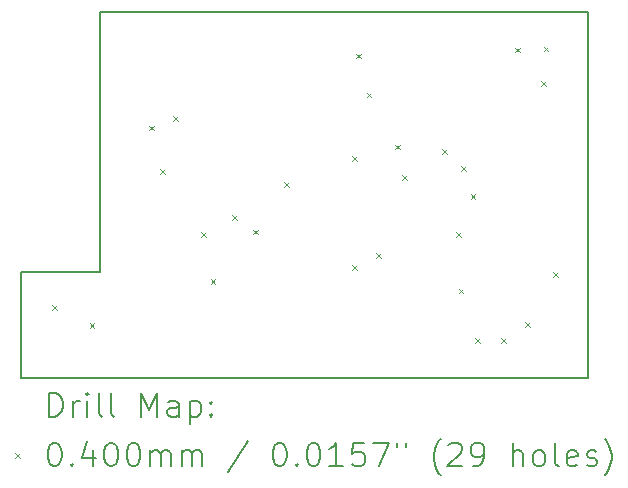
<source format=gbr>
%TF.GenerationSoftware,KiCad,Pcbnew,7.0.2-6a45011f42~172~ubuntu20.04.1*%
%TF.CreationDate,2023-05-13T12:05:14+10:00*%
%TF.ProjectId,pcb_redesign,7063625f-7265-4646-9573-69676e2e6b69,rev?*%
%TF.SameCoordinates,Original*%
%TF.FileFunction,Drillmap*%
%TF.FilePolarity,Positive*%
%FSLAX45Y45*%
G04 Gerber Fmt 4.5, Leading zero omitted, Abs format (unit mm)*
G04 Created by KiCad (PCBNEW 7.0.2-6a45011f42~172~ubuntu20.04.1) date 2023-05-13 12:05:14*
%MOMM*%
%LPD*%
G01*
G04 APERTURE LIST*
%ADD10C,0.200000*%
%ADD11C,0.040000*%
G04 APERTURE END LIST*
D10*
X11265000Y-7800000D02*
X11265000Y-5800000D01*
X11265000Y-5800000D02*
X11265000Y-5600000D01*
X11265000Y-5800000D02*
X11265000Y-5800000D01*
X11265000Y-5600000D02*
X15400000Y-5600000D01*
X10600000Y-8700000D02*
X10600000Y-7800000D01*
X15400000Y-5600000D02*
X15400000Y-8700000D01*
X10600000Y-7800000D02*
X11265000Y-7800000D01*
X10600000Y-8700000D02*
X15400000Y-8700000D01*
D11*
X10860000Y-8080000D02*
X10900000Y-8120000D01*
X10900000Y-8080000D02*
X10860000Y-8120000D01*
X11180000Y-8230000D02*
X11220000Y-8270000D01*
X11220000Y-8230000D02*
X11180000Y-8270000D01*
X11685000Y-6560000D02*
X11725000Y-6600000D01*
X11725000Y-6560000D02*
X11685000Y-6600000D01*
X11780000Y-6930000D02*
X11820000Y-6970000D01*
X11820000Y-6930000D02*
X11780000Y-6970000D01*
X11885000Y-6480000D02*
X11925000Y-6520000D01*
X11925000Y-6480000D02*
X11885000Y-6520000D01*
X12125000Y-7460000D02*
X12165000Y-7500000D01*
X12165000Y-7460000D02*
X12125000Y-7500000D01*
X12205000Y-7860000D02*
X12245000Y-7900000D01*
X12245000Y-7860000D02*
X12205000Y-7900000D01*
X12385000Y-7320000D02*
X12425000Y-7360000D01*
X12425000Y-7320000D02*
X12385000Y-7360000D01*
X12565000Y-7440000D02*
X12605000Y-7480000D01*
X12605000Y-7440000D02*
X12565000Y-7480000D01*
X12825000Y-7040000D02*
X12865000Y-7080000D01*
X12865000Y-7040000D02*
X12825000Y-7080000D01*
X13405000Y-6820000D02*
X13445000Y-6860000D01*
X13445000Y-6820000D02*
X13405000Y-6860000D01*
X13405000Y-7740000D02*
X13445000Y-7780000D01*
X13445000Y-7740000D02*
X13405000Y-7780000D01*
X13435000Y-5950000D02*
X13475000Y-5990000D01*
X13475000Y-5950000D02*
X13435000Y-5990000D01*
X13525000Y-6280000D02*
X13565000Y-6320000D01*
X13565000Y-6280000D02*
X13525000Y-6320000D01*
X13605000Y-7640000D02*
X13645000Y-7680000D01*
X13645000Y-7640000D02*
X13605000Y-7680000D01*
X13765000Y-6720000D02*
X13805000Y-6760000D01*
X13805000Y-6720000D02*
X13765000Y-6760000D01*
X13825000Y-6980000D02*
X13865000Y-7020000D01*
X13865000Y-6980000D02*
X13825000Y-7020000D01*
X14165000Y-6760000D02*
X14205000Y-6800000D01*
X14205000Y-6760000D02*
X14165000Y-6800000D01*
X14285000Y-7460000D02*
X14325000Y-7500000D01*
X14325000Y-7460000D02*
X14285000Y-7500000D01*
X14305000Y-7940000D02*
X14345000Y-7980000D01*
X14345000Y-7940000D02*
X14305000Y-7980000D01*
X14325000Y-6900000D02*
X14365000Y-6940000D01*
X14365000Y-6900000D02*
X14325000Y-6940000D01*
X14405000Y-7140000D02*
X14445000Y-7180000D01*
X14445000Y-7140000D02*
X14405000Y-7180000D01*
X14445000Y-8360000D02*
X14485000Y-8400000D01*
X14485000Y-8360000D02*
X14445000Y-8400000D01*
X14665000Y-8360000D02*
X14705000Y-8400000D01*
X14705000Y-8360000D02*
X14665000Y-8400000D01*
X14785000Y-5900000D02*
X14825000Y-5940000D01*
X14825000Y-5900000D02*
X14785000Y-5940000D01*
X14865000Y-8220000D02*
X14905000Y-8260000D01*
X14905000Y-8220000D02*
X14865000Y-8260000D01*
X15005000Y-6180000D02*
X15045000Y-6220000D01*
X15045000Y-6180000D02*
X15005000Y-6220000D01*
X15025000Y-5890000D02*
X15065000Y-5930000D01*
X15065000Y-5890000D02*
X15025000Y-5930000D01*
X15105000Y-7800000D02*
X15145000Y-7840000D01*
X15145000Y-7800000D02*
X15105000Y-7840000D01*
D10*
X10837619Y-9022524D02*
X10837619Y-8822524D01*
X10837619Y-8822524D02*
X10885238Y-8822524D01*
X10885238Y-8822524D02*
X10913810Y-8832048D01*
X10913810Y-8832048D02*
X10932857Y-8851095D01*
X10932857Y-8851095D02*
X10942381Y-8870143D01*
X10942381Y-8870143D02*
X10951905Y-8908238D01*
X10951905Y-8908238D02*
X10951905Y-8936810D01*
X10951905Y-8936810D02*
X10942381Y-8974905D01*
X10942381Y-8974905D02*
X10932857Y-8993952D01*
X10932857Y-8993952D02*
X10913810Y-9013000D01*
X10913810Y-9013000D02*
X10885238Y-9022524D01*
X10885238Y-9022524D02*
X10837619Y-9022524D01*
X11037619Y-9022524D02*
X11037619Y-8889190D01*
X11037619Y-8927286D02*
X11047143Y-8908238D01*
X11047143Y-8908238D02*
X11056667Y-8898714D01*
X11056667Y-8898714D02*
X11075714Y-8889190D01*
X11075714Y-8889190D02*
X11094762Y-8889190D01*
X11161429Y-9022524D02*
X11161429Y-8889190D01*
X11161429Y-8822524D02*
X11151905Y-8832048D01*
X11151905Y-8832048D02*
X11161429Y-8841571D01*
X11161429Y-8841571D02*
X11170952Y-8832048D01*
X11170952Y-8832048D02*
X11161429Y-8822524D01*
X11161429Y-8822524D02*
X11161429Y-8841571D01*
X11285238Y-9022524D02*
X11266190Y-9013000D01*
X11266190Y-9013000D02*
X11256667Y-8993952D01*
X11256667Y-8993952D02*
X11256667Y-8822524D01*
X11390000Y-9022524D02*
X11370952Y-9013000D01*
X11370952Y-9013000D02*
X11361428Y-8993952D01*
X11361428Y-8993952D02*
X11361428Y-8822524D01*
X11618571Y-9022524D02*
X11618571Y-8822524D01*
X11618571Y-8822524D02*
X11685238Y-8965381D01*
X11685238Y-8965381D02*
X11751905Y-8822524D01*
X11751905Y-8822524D02*
X11751905Y-9022524D01*
X11932857Y-9022524D02*
X11932857Y-8917762D01*
X11932857Y-8917762D02*
X11923333Y-8898714D01*
X11923333Y-8898714D02*
X11904286Y-8889190D01*
X11904286Y-8889190D02*
X11866190Y-8889190D01*
X11866190Y-8889190D02*
X11847143Y-8898714D01*
X11932857Y-9013000D02*
X11913809Y-9022524D01*
X11913809Y-9022524D02*
X11866190Y-9022524D01*
X11866190Y-9022524D02*
X11847143Y-9013000D01*
X11847143Y-9013000D02*
X11837619Y-8993952D01*
X11837619Y-8993952D02*
X11837619Y-8974905D01*
X11837619Y-8974905D02*
X11847143Y-8955857D01*
X11847143Y-8955857D02*
X11866190Y-8946333D01*
X11866190Y-8946333D02*
X11913809Y-8946333D01*
X11913809Y-8946333D02*
X11932857Y-8936810D01*
X12028095Y-8889190D02*
X12028095Y-9089190D01*
X12028095Y-8898714D02*
X12047143Y-8889190D01*
X12047143Y-8889190D02*
X12085238Y-8889190D01*
X12085238Y-8889190D02*
X12104286Y-8898714D01*
X12104286Y-8898714D02*
X12113809Y-8908238D01*
X12113809Y-8908238D02*
X12123333Y-8927286D01*
X12123333Y-8927286D02*
X12123333Y-8984429D01*
X12123333Y-8984429D02*
X12113809Y-9003476D01*
X12113809Y-9003476D02*
X12104286Y-9013000D01*
X12104286Y-9013000D02*
X12085238Y-9022524D01*
X12085238Y-9022524D02*
X12047143Y-9022524D01*
X12047143Y-9022524D02*
X12028095Y-9013000D01*
X12209048Y-9003476D02*
X12218571Y-9013000D01*
X12218571Y-9013000D02*
X12209048Y-9022524D01*
X12209048Y-9022524D02*
X12199524Y-9013000D01*
X12199524Y-9013000D02*
X12209048Y-9003476D01*
X12209048Y-9003476D02*
X12209048Y-9022524D01*
X12209048Y-8898714D02*
X12218571Y-8908238D01*
X12218571Y-8908238D02*
X12209048Y-8917762D01*
X12209048Y-8917762D02*
X12199524Y-8908238D01*
X12199524Y-8908238D02*
X12209048Y-8898714D01*
X12209048Y-8898714D02*
X12209048Y-8917762D01*
D11*
X10550000Y-9330000D02*
X10590000Y-9370000D01*
X10590000Y-9330000D02*
X10550000Y-9370000D01*
D10*
X10875714Y-9242524D02*
X10894762Y-9242524D01*
X10894762Y-9242524D02*
X10913810Y-9252048D01*
X10913810Y-9252048D02*
X10923333Y-9261571D01*
X10923333Y-9261571D02*
X10932857Y-9280619D01*
X10932857Y-9280619D02*
X10942381Y-9318714D01*
X10942381Y-9318714D02*
X10942381Y-9366333D01*
X10942381Y-9366333D02*
X10932857Y-9404429D01*
X10932857Y-9404429D02*
X10923333Y-9423476D01*
X10923333Y-9423476D02*
X10913810Y-9433000D01*
X10913810Y-9433000D02*
X10894762Y-9442524D01*
X10894762Y-9442524D02*
X10875714Y-9442524D01*
X10875714Y-9442524D02*
X10856667Y-9433000D01*
X10856667Y-9433000D02*
X10847143Y-9423476D01*
X10847143Y-9423476D02*
X10837619Y-9404429D01*
X10837619Y-9404429D02*
X10828095Y-9366333D01*
X10828095Y-9366333D02*
X10828095Y-9318714D01*
X10828095Y-9318714D02*
X10837619Y-9280619D01*
X10837619Y-9280619D02*
X10847143Y-9261571D01*
X10847143Y-9261571D02*
X10856667Y-9252048D01*
X10856667Y-9252048D02*
X10875714Y-9242524D01*
X11028095Y-9423476D02*
X11037619Y-9433000D01*
X11037619Y-9433000D02*
X11028095Y-9442524D01*
X11028095Y-9442524D02*
X11018571Y-9433000D01*
X11018571Y-9433000D02*
X11028095Y-9423476D01*
X11028095Y-9423476D02*
X11028095Y-9442524D01*
X11209048Y-9309190D02*
X11209048Y-9442524D01*
X11161429Y-9233000D02*
X11113810Y-9375857D01*
X11113810Y-9375857D02*
X11237619Y-9375857D01*
X11351905Y-9242524D02*
X11370952Y-9242524D01*
X11370952Y-9242524D02*
X11390000Y-9252048D01*
X11390000Y-9252048D02*
X11399524Y-9261571D01*
X11399524Y-9261571D02*
X11409048Y-9280619D01*
X11409048Y-9280619D02*
X11418571Y-9318714D01*
X11418571Y-9318714D02*
X11418571Y-9366333D01*
X11418571Y-9366333D02*
X11409048Y-9404429D01*
X11409048Y-9404429D02*
X11399524Y-9423476D01*
X11399524Y-9423476D02*
X11390000Y-9433000D01*
X11390000Y-9433000D02*
X11370952Y-9442524D01*
X11370952Y-9442524D02*
X11351905Y-9442524D01*
X11351905Y-9442524D02*
X11332857Y-9433000D01*
X11332857Y-9433000D02*
X11323333Y-9423476D01*
X11323333Y-9423476D02*
X11313809Y-9404429D01*
X11313809Y-9404429D02*
X11304286Y-9366333D01*
X11304286Y-9366333D02*
X11304286Y-9318714D01*
X11304286Y-9318714D02*
X11313809Y-9280619D01*
X11313809Y-9280619D02*
X11323333Y-9261571D01*
X11323333Y-9261571D02*
X11332857Y-9252048D01*
X11332857Y-9252048D02*
X11351905Y-9242524D01*
X11542381Y-9242524D02*
X11561429Y-9242524D01*
X11561429Y-9242524D02*
X11580476Y-9252048D01*
X11580476Y-9252048D02*
X11590000Y-9261571D01*
X11590000Y-9261571D02*
X11599524Y-9280619D01*
X11599524Y-9280619D02*
X11609048Y-9318714D01*
X11609048Y-9318714D02*
X11609048Y-9366333D01*
X11609048Y-9366333D02*
X11599524Y-9404429D01*
X11599524Y-9404429D02*
X11590000Y-9423476D01*
X11590000Y-9423476D02*
X11580476Y-9433000D01*
X11580476Y-9433000D02*
X11561429Y-9442524D01*
X11561429Y-9442524D02*
X11542381Y-9442524D01*
X11542381Y-9442524D02*
X11523333Y-9433000D01*
X11523333Y-9433000D02*
X11513809Y-9423476D01*
X11513809Y-9423476D02*
X11504286Y-9404429D01*
X11504286Y-9404429D02*
X11494762Y-9366333D01*
X11494762Y-9366333D02*
X11494762Y-9318714D01*
X11494762Y-9318714D02*
X11504286Y-9280619D01*
X11504286Y-9280619D02*
X11513809Y-9261571D01*
X11513809Y-9261571D02*
X11523333Y-9252048D01*
X11523333Y-9252048D02*
X11542381Y-9242524D01*
X11694762Y-9442524D02*
X11694762Y-9309190D01*
X11694762Y-9328238D02*
X11704286Y-9318714D01*
X11704286Y-9318714D02*
X11723333Y-9309190D01*
X11723333Y-9309190D02*
X11751905Y-9309190D01*
X11751905Y-9309190D02*
X11770952Y-9318714D01*
X11770952Y-9318714D02*
X11780476Y-9337762D01*
X11780476Y-9337762D02*
X11780476Y-9442524D01*
X11780476Y-9337762D02*
X11790000Y-9318714D01*
X11790000Y-9318714D02*
X11809048Y-9309190D01*
X11809048Y-9309190D02*
X11837619Y-9309190D01*
X11837619Y-9309190D02*
X11856667Y-9318714D01*
X11856667Y-9318714D02*
X11866190Y-9337762D01*
X11866190Y-9337762D02*
X11866190Y-9442524D01*
X11961429Y-9442524D02*
X11961429Y-9309190D01*
X11961429Y-9328238D02*
X11970952Y-9318714D01*
X11970952Y-9318714D02*
X11990000Y-9309190D01*
X11990000Y-9309190D02*
X12018571Y-9309190D01*
X12018571Y-9309190D02*
X12037619Y-9318714D01*
X12037619Y-9318714D02*
X12047143Y-9337762D01*
X12047143Y-9337762D02*
X12047143Y-9442524D01*
X12047143Y-9337762D02*
X12056667Y-9318714D01*
X12056667Y-9318714D02*
X12075714Y-9309190D01*
X12075714Y-9309190D02*
X12104286Y-9309190D01*
X12104286Y-9309190D02*
X12123333Y-9318714D01*
X12123333Y-9318714D02*
X12132857Y-9337762D01*
X12132857Y-9337762D02*
X12132857Y-9442524D01*
X12523333Y-9233000D02*
X12351905Y-9490143D01*
X12780476Y-9242524D02*
X12799524Y-9242524D01*
X12799524Y-9242524D02*
X12818572Y-9252048D01*
X12818572Y-9252048D02*
X12828095Y-9261571D01*
X12828095Y-9261571D02*
X12837619Y-9280619D01*
X12837619Y-9280619D02*
X12847143Y-9318714D01*
X12847143Y-9318714D02*
X12847143Y-9366333D01*
X12847143Y-9366333D02*
X12837619Y-9404429D01*
X12837619Y-9404429D02*
X12828095Y-9423476D01*
X12828095Y-9423476D02*
X12818572Y-9433000D01*
X12818572Y-9433000D02*
X12799524Y-9442524D01*
X12799524Y-9442524D02*
X12780476Y-9442524D01*
X12780476Y-9442524D02*
X12761429Y-9433000D01*
X12761429Y-9433000D02*
X12751905Y-9423476D01*
X12751905Y-9423476D02*
X12742381Y-9404429D01*
X12742381Y-9404429D02*
X12732857Y-9366333D01*
X12732857Y-9366333D02*
X12732857Y-9318714D01*
X12732857Y-9318714D02*
X12742381Y-9280619D01*
X12742381Y-9280619D02*
X12751905Y-9261571D01*
X12751905Y-9261571D02*
X12761429Y-9252048D01*
X12761429Y-9252048D02*
X12780476Y-9242524D01*
X12932857Y-9423476D02*
X12942381Y-9433000D01*
X12942381Y-9433000D02*
X12932857Y-9442524D01*
X12932857Y-9442524D02*
X12923333Y-9433000D01*
X12923333Y-9433000D02*
X12932857Y-9423476D01*
X12932857Y-9423476D02*
X12932857Y-9442524D01*
X13066191Y-9242524D02*
X13085238Y-9242524D01*
X13085238Y-9242524D02*
X13104286Y-9252048D01*
X13104286Y-9252048D02*
X13113810Y-9261571D01*
X13113810Y-9261571D02*
X13123333Y-9280619D01*
X13123333Y-9280619D02*
X13132857Y-9318714D01*
X13132857Y-9318714D02*
X13132857Y-9366333D01*
X13132857Y-9366333D02*
X13123333Y-9404429D01*
X13123333Y-9404429D02*
X13113810Y-9423476D01*
X13113810Y-9423476D02*
X13104286Y-9433000D01*
X13104286Y-9433000D02*
X13085238Y-9442524D01*
X13085238Y-9442524D02*
X13066191Y-9442524D01*
X13066191Y-9442524D02*
X13047143Y-9433000D01*
X13047143Y-9433000D02*
X13037619Y-9423476D01*
X13037619Y-9423476D02*
X13028095Y-9404429D01*
X13028095Y-9404429D02*
X13018572Y-9366333D01*
X13018572Y-9366333D02*
X13018572Y-9318714D01*
X13018572Y-9318714D02*
X13028095Y-9280619D01*
X13028095Y-9280619D02*
X13037619Y-9261571D01*
X13037619Y-9261571D02*
X13047143Y-9252048D01*
X13047143Y-9252048D02*
X13066191Y-9242524D01*
X13323333Y-9442524D02*
X13209048Y-9442524D01*
X13266191Y-9442524D02*
X13266191Y-9242524D01*
X13266191Y-9242524D02*
X13247143Y-9271095D01*
X13247143Y-9271095D02*
X13228095Y-9290143D01*
X13228095Y-9290143D02*
X13209048Y-9299667D01*
X13504286Y-9242524D02*
X13409048Y-9242524D01*
X13409048Y-9242524D02*
X13399524Y-9337762D01*
X13399524Y-9337762D02*
X13409048Y-9328238D01*
X13409048Y-9328238D02*
X13428095Y-9318714D01*
X13428095Y-9318714D02*
X13475714Y-9318714D01*
X13475714Y-9318714D02*
X13494762Y-9328238D01*
X13494762Y-9328238D02*
X13504286Y-9337762D01*
X13504286Y-9337762D02*
X13513810Y-9356810D01*
X13513810Y-9356810D02*
X13513810Y-9404429D01*
X13513810Y-9404429D02*
X13504286Y-9423476D01*
X13504286Y-9423476D02*
X13494762Y-9433000D01*
X13494762Y-9433000D02*
X13475714Y-9442524D01*
X13475714Y-9442524D02*
X13428095Y-9442524D01*
X13428095Y-9442524D02*
X13409048Y-9433000D01*
X13409048Y-9433000D02*
X13399524Y-9423476D01*
X13580476Y-9242524D02*
X13713810Y-9242524D01*
X13713810Y-9242524D02*
X13628095Y-9442524D01*
X13780476Y-9242524D02*
X13780476Y-9280619D01*
X13856667Y-9242524D02*
X13856667Y-9280619D01*
X14151905Y-9518714D02*
X14142381Y-9509190D01*
X14142381Y-9509190D02*
X14123334Y-9480619D01*
X14123334Y-9480619D02*
X14113810Y-9461571D01*
X14113810Y-9461571D02*
X14104286Y-9433000D01*
X14104286Y-9433000D02*
X14094762Y-9385381D01*
X14094762Y-9385381D02*
X14094762Y-9347286D01*
X14094762Y-9347286D02*
X14104286Y-9299667D01*
X14104286Y-9299667D02*
X14113810Y-9271095D01*
X14113810Y-9271095D02*
X14123334Y-9252048D01*
X14123334Y-9252048D02*
X14142381Y-9223476D01*
X14142381Y-9223476D02*
X14151905Y-9213952D01*
X14218572Y-9261571D02*
X14228095Y-9252048D01*
X14228095Y-9252048D02*
X14247143Y-9242524D01*
X14247143Y-9242524D02*
X14294762Y-9242524D01*
X14294762Y-9242524D02*
X14313810Y-9252048D01*
X14313810Y-9252048D02*
X14323334Y-9261571D01*
X14323334Y-9261571D02*
X14332857Y-9280619D01*
X14332857Y-9280619D02*
X14332857Y-9299667D01*
X14332857Y-9299667D02*
X14323334Y-9328238D01*
X14323334Y-9328238D02*
X14209048Y-9442524D01*
X14209048Y-9442524D02*
X14332857Y-9442524D01*
X14428095Y-9442524D02*
X14466191Y-9442524D01*
X14466191Y-9442524D02*
X14485238Y-9433000D01*
X14485238Y-9433000D02*
X14494762Y-9423476D01*
X14494762Y-9423476D02*
X14513810Y-9394905D01*
X14513810Y-9394905D02*
X14523334Y-9356810D01*
X14523334Y-9356810D02*
X14523334Y-9280619D01*
X14523334Y-9280619D02*
X14513810Y-9261571D01*
X14513810Y-9261571D02*
X14504286Y-9252048D01*
X14504286Y-9252048D02*
X14485238Y-9242524D01*
X14485238Y-9242524D02*
X14447143Y-9242524D01*
X14447143Y-9242524D02*
X14428095Y-9252048D01*
X14428095Y-9252048D02*
X14418572Y-9261571D01*
X14418572Y-9261571D02*
X14409048Y-9280619D01*
X14409048Y-9280619D02*
X14409048Y-9328238D01*
X14409048Y-9328238D02*
X14418572Y-9347286D01*
X14418572Y-9347286D02*
X14428095Y-9356810D01*
X14428095Y-9356810D02*
X14447143Y-9366333D01*
X14447143Y-9366333D02*
X14485238Y-9366333D01*
X14485238Y-9366333D02*
X14504286Y-9356810D01*
X14504286Y-9356810D02*
X14513810Y-9347286D01*
X14513810Y-9347286D02*
X14523334Y-9328238D01*
X14761429Y-9442524D02*
X14761429Y-9242524D01*
X14847143Y-9442524D02*
X14847143Y-9337762D01*
X14847143Y-9337762D02*
X14837619Y-9318714D01*
X14837619Y-9318714D02*
X14818572Y-9309190D01*
X14818572Y-9309190D02*
X14790000Y-9309190D01*
X14790000Y-9309190D02*
X14770953Y-9318714D01*
X14770953Y-9318714D02*
X14761429Y-9328238D01*
X14970953Y-9442524D02*
X14951905Y-9433000D01*
X14951905Y-9433000D02*
X14942381Y-9423476D01*
X14942381Y-9423476D02*
X14932857Y-9404429D01*
X14932857Y-9404429D02*
X14932857Y-9347286D01*
X14932857Y-9347286D02*
X14942381Y-9328238D01*
X14942381Y-9328238D02*
X14951905Y-9318714D01*
X14951905Y-9318714D02*
X14970953Y-9309190D01*
X14970953Y-9309190D02*
X14999524Y-9309190D01*
X14999524Y-9309190D02*
X15018572Y-9318714D01*
X15018572Y-9318714D02*
X15028096Y-9328238D01*
X15028096Y-9328238D02*
X15037619Y-9347286D01*
X15037619Y-9347286D02*
X15037619Y-9404429D01*
X15037619Y-9404429D02*
X15028096Y-9423476D01*
X15028096Y-9423476D02*
X15018572Y-9433000D01*
X15018572Y-9433000D02*
X14999524Y-9442524D01*
X14999524Y-9442524D02*
X14970953Y-9442524D01*
X15151905Y-9442524D02*
X15132857Y-9433000D01*
X15132857Y-9433000D02*
X15123334Y-9413952D01*
X15123334Y-9413952D02*
X15123334Y-9242524D01*
X15304286Y-9433000D02*
X15285238Y-9442524D01*
X15285238Y-9442524D02*
X15247143Y-9442524D01*
X15247143Y-9442524D02*
X15228096Y-9433000D01*
X15228096Y-9433000D02*
X15218572Y-9413952D01*
X15218572Y-9413952D02*
X15218572Y-9337762D01*
X15218572Y-9337762D02*
X15228096Y-9318714D01*
X15228096Y-9318714D02*
X15247143Y-9309190D01*
X15247143Y-9309190D02*
X15285238Y-9309190D01*
X15285238Y-9309190D02*
X15304286Y-9318714D01*
X15304286Y-9318714D02*
X15313810Y-9337762D01*
X15313810Y-9337762D02*
X15313810Y-9356810D01*
X15313810Y-9356810D02*
X15218572Y-9375857D01*
X15390000Y-9433000D02*
X15409048Y-9442524D01*
X15409048Y-9442524D02*
X15447143Y-9442524D01*
X15447143Y-9442524D02*
X15466191Y-9433000D01*
X15466191Y-9433000D02*
X15475715Y-9413952D01*
X15475715Y-9413952D02*
X15475715Y-9404429D01*
X15475715Y-9404429D02*
X15466191Y-9385381D01*
X15466191Y-9385381D02*
X15447143Y-9375857D01*
X15447143Y-9375857D02*
X15418572Y-9375857D01*
X15418572Y-9375857D02*
X15399524Y-9366333D01*
X15399524Y-9366333D02*
X15390000Y-9347286D01*
X15390000Y-9347286D02*
X15390000Y-9337762D01*
X15390000Y-9337762D02*
X15399524Y-9318714D01*
X15399524Y-9318714D02*
X15418572Y-9309190D01*
X15418572Y-9309190D02*
X15447143Y-9309190D01*
X15447143Y-9309190D02*
X15466191Y-9318714D01*
X15542381Y-9518714D02*
X15551905Y-9509190D01*
X15551905Y-9509190D02*
X15570953Y-9480619D01*
X15570953Y-9480619D02*
X15580477Y-9461571D01*
X15580477Y-9461571D02*
X15590000Y-9433000D01*
X15590000Y-9433000D02*
X15599524Y-9385381D01*
X15599524Y-9385381D02*
X15599524Y-9347286D01*
X15599524Y-9347286D02*
X15590000Y-9299667D01*
X15590000Y-9299667D02*
X15580477Y-9271095D01*
X15580477Y-9271095D02*
X15570953Y-9252048D01*
X15570953Y-9252048D02*
X15551905Y-9223476D01*
X15551905Y-9223476D02*
X15542381Y-9213952D01*
M02*

</source>
